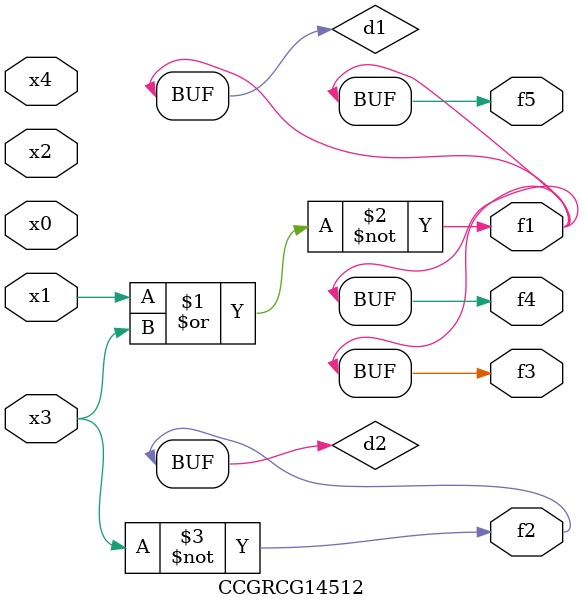
<source format=v>
module CCGRCG14512(
	input x0, x1, x2, x3, x4,
	output f1, f2, f3, f4, f5
);

	wire d1, d2;

	nor (d1, x1, x3);
	not (d2, x3);
	assign f1 = d1;
	assign f2 = d2;
	assign f3 = d1;
	assign f4 = d1;
	assign f5 = d1;
endmodule

</source>
